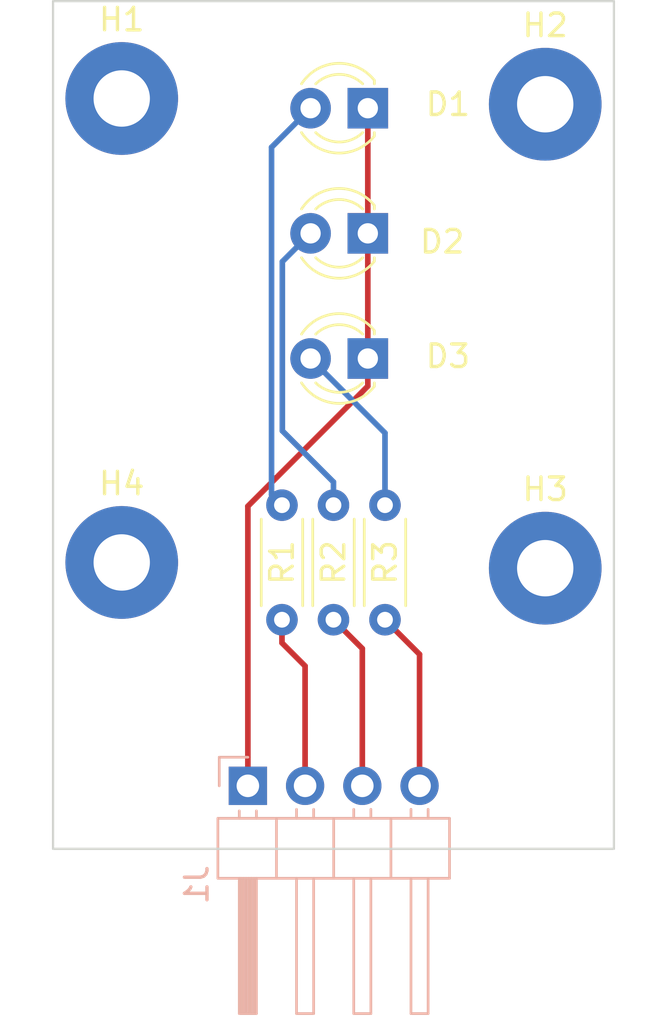
<source format=kicad_pcb>
(kicad_pcb (version 20221018) (generator pcbnew)
  (layers (0 "F.Cu" signal) (31 "B.Cu" signal) (34 "B.Paste" user) (35 "F.Paste" user) (36 "B.SilkS" user "B.Silkscreen") (37 "F.SilkS" user "F.Silkscreen") (38 "B.Mask" user) (39 "F.Mask" user) (44 "Edge.Cuts" user))
  (net 0 "")
  (net 1 "Net-(D1-K)")
  (net 2 "/net_1")
  (net 3 "/net_2")
  (net 4 "Net-(D3-A)")
  (net 5 "Net-(J1-Pin_2)")
  (net 6 "Net-(J1-Pin_3)")
  (net 7 "Net-(J1-Pin_4)")
  (footprint "MountingHole:MountingHole_2.5mm_Pad" (layer "F.Cu") (at 127.762 104.394)
    (fp_text reference "H4" (at 0 -3.5) (layer "F.SilkS"))
    (fp_text value "MountingHole")
    (pad "1" thru_hole circle (at 0 0) (size 5 5) (drill 2.5) (layers "*.Cu" "*.Mask"))
  )
  (footprint "LED_THT:LED_D3.0mm" (layer "F.Cu") (at 138.684 95.35 180)
    (fp_text reference "D3" (at -3.556 0.1) (layer "F.SilkS"))
    (fp_text value "2V GREEN")
    (fp_line (start -0.29 -1.236) (end -0.29 -1.08) (stroke (width 0.12)) (layer "F.SilkS"))
    (fp_line (start -0.29 1.08) (end -0.29 1.236) (stroke (width 0.12)) (layer "F.SilkS"))
    (fp_arc (start -0.29 -1.235516) (mid 1.366487 -1.987659) (end 2.942335 -1.078608) (stroke (width 0.12)) (layer "F.SilkS"))
    (fp_arc (start 0.229039 -1.08) (mid 1.270117 -1.5) (end 2.31113 -1.079837) (stroke (width 0.12)) (layer "F.SilkS"))
    (fp_arc (start 2.31113 1.079837) (mid 1.270117 1.5) (end 0.229039 1.08) (stroke (width 0.12)) (layer "F.SilkS"))
    (fp_arc (start 2.942335 1.078608) (mid 1.366487 1.987659) (end -0.29 1.235516) (stroke (width 0.12)) (layer "F.SilkS"))
    (pad "1" thru_hole rect (at 0 0 180) (size 1.8 1.8) (drill 0.9) (layers "*.Cu" "*.Mask") (net 1 "Net-(D1-K)"))
    (pad "2" thru_hole circle (at 2.54 0 180) (size 1.8 1.8) (drill 0.9) (layers "*.Cu" "*.Mask") (net 4 "Net-(D3-A)"))
  )
  (footprint "Resistor_THT:R_Axial_DIN0204_L3.6mm_D1.6mm_P5.08mm_Horizontal" (layer "F.Cu") (at 134.874 101.854 -90)
    (fp_text reference "R1" (at 2.54 0 90) (layer "F.SilkS"))
    (fp_text value "470")
    (fp_line (start 0.62 -0.92) (end 4.46 -0.92) (stroke (width 0.12)) (layer "F.SilkS"))
    (fp_line (start 0.62 0.92) (end 4.46 0.92) (stroke (width 0.12)) (layer "F.SilkS"))
    (pad "1" thru_hole circle (at 0 0 270) (size 1.4 1.4) (drill 0.7) (layers "*.Cu" "*.Mask") (net 2 "/net_1"))
    (pad "2" thru_hole oval (at 5.08 0 270) (size 1.4 1.4) (drill 0.7) (layers "*.Cu" "*.Mask") (net 5 "Net-(J1-Pin_2)"))
  )
  (footprint "Resistor_THT:R_Axial_DIN0204_L3.6mm_D1.6mm_P5.08mm_Horizontal" (layer "F.Cu") (at 137.16 106.934 90)
    (fp_text reference "R2" (at 2.54 0 90) (layer "F.SilkS"))
    (fp_text value "470")
    (fp_line (start 0.62 -0.92) (end 4.46 -0.92) (stroke (width 0.12)) (layer "F.SilkS"))
    (fp_line (start 0.62 0.92) (end 4.46 0.92) (stroke (width 0.12)) (layer "F.SilkS"))
    (pad "1" thru_hole circle (at 0 0 90) (size 1.4 1.4) (drill 0.7) (layers "*.Cu" "*.Mask") (net 6 "Net-(J1-Pin_3)"))
    (pad "2" thru_hole oval (at 5.08 0 90) (size 1.4 1.4) (drill 0.7) (layers "*.Cu" "*.Mask") (net 3 "/net_2"))
  )
  (footprint "MountingHole:MountingHole_2.5mm_Pad" (layer "F.Cu") (at 146.558 84.074)
    (fp_text reference "H2" (at 0 -3.5) (layer "F.SilkS"))
    (fp_text value "MountingHole")
    (pad "1" thru_hole circle (at 0 0) (size 5 5) (drill 2.5) (layers "*.Cu" "*.Mask"))
  )
  (footprint "MountingHole:MountingHole_2.5mm_Pad" (layer "F.Cu") (at 127.762 83.82)
    (fp_text reference "H1" (at 0 -3.5) (layer "F.SilkS"))
    (fp_text value "MountingHole")
    (pad "1" thru_hole circle (at 0 0) (size 5 5) (drill 2.5) (layers "*.Cu" "*.Mask"))
  )
  (footprint "Resistor_THT:R_Axial_DIN0204_L3.6mm_D1.6mm_P5.08mm_Horizontal" (layer "F.Cu") (at 139.446 106.934 90)
    (fp_text reference "R3" (at 2.54 0 90) (layer "F.SilkS"))
    (fp_text value "470")
    (fp_line (start 0.62 -0.92) (end 4.46 -0.92) (stroke (width 0.12)) (layer "F.SilkS"))
    (fp_line (start 0.62 0.92) (end 4.46 0.92) (stroke (width 0.12)) (layer "F.SilkS"))
    (pad "1" thru_hole circle (at 0 0 90) (size 1.4 1.4) (drill 0.7) (layers "*.Cu" "*.Mask") (net 7 "Net-(J1-Pin_4)"))
    (pad "2" thru_hole oval (at 5.08 0 90) (size 1.4 1.4) (drill 0.7) (layers "*.Cu" "*.Mask") (net 4 "Net-(D3-A)"))
  )
  (footprint "LED_THT:LED_D3.0mm" (layer "F.Cu") (at 138.684 89.8 180)
    (fp_text reference "D2" (at -3.302 -0.37) (layer "F.SilkS"))
    (fp_text value "2V YELLOW")
    (fp_line (start -0.29 -1.236) (end -0.29 -1.08) (stroke (width 0.12)) (layer "F.SilkS"))
    (fp_line (start -0.29 1.08) (end -0.29 1.236) (stroke (width 0.12)) (layer "F.SilkS"))
    (fp_arc (start -0.29 -1.235516) (mid 1.366487 -1.987659) (end 2.942335 -1.078608) (stroke (width 0.12)) (layer "F.SilkS"))
    (fp_arc (start 0.229039 -1.08) (mid 1.270117 -1.5) (end 2.31113 -1.079837) (stroke (width 0.12)) (layer "F.SilkS"))
    (fp_arc (start 2.31113 1.079837) (mid 1.270117 1.5) (end 0.229039 1.08) (stroke (width 0.12)) (layer "F.SilkS"))
    (fp_arc (start 2.942335 1.078608) (mid 1.366487 1.987659) (end -0.29 1.235516) (stroke (width 0.12)) (layer "F.SilkS"))
    (pad "1" thru_hole rect (at 0 0 180) (size 1.8 1.8) (drill 0.9) (layers "*.Cu" "*.Mask") (net 1 "Net-(D1-K)"))
    (pad "2" thru_hole circle (at 2.54 0 180) (size 1.8 1.8) (drill 0.9) (layers "*.Cu" "*.Mask") (net 3 "/net_2"))
  )
  (footprint "LED_THT:LED_D3.0mm" (layer "F.Cu") (at 138.684 84.25 180)
    (fp_text reference "D1" (at -3.556 0.176) (layer "F.SilkS"))
    (fp_text value "2V RED")
    (fp_line (start -0.29 -1.236) (end -0.29 -1.08) (stroke (width 0.12)) (layer "F.SilkS"))
    (fp_line (start -0.29 1.08) (end -0.29 1.236) (stroke (width 0.12)) (layer "F.SilkS"))
    (fp_arc (start -0.29 -1.235516) (mid 1.366487 -1.987659) (end 2.942335 -1.078608) (stroke (width 0.12)) (layer "F.SilkS"))
    (fp_arc (start 0.229039 -1.08) (mid 1.270117 -1.5) (end 2.31113 -1.079837) (stroke (width 0.12)) (layer "F.SilkS"))
    (fp_arc (start 2.31113 1.079837) (mid 1.270117 1.5) (end 0.229039 1.08) (stroke (width 0.12)) (layer "F.SilkS"))
    (fp_arc (start 2.942335 1.078608) (mid 1.366487 1.987659) (end -0.29 1.235516) (stroke (width 0.12)) (layer "F.SilkS"))
    (pad "1" thru_hole rect (at 0 0 180) (size 1.8 1.8) (drill 0.9) (layers "*.Cu" "*.Mask") (net 1 "Net-(D1-K)"))
    (pad "2" thru_hole circle (at 2.54 0 180) (size 1.8 1.8) (drill 0.9) (layers "*.Cu" "*.Mask") (net 2 "/net_1"))
  )
  (footprint "MountingHole:MountingHole_2.5mm_Pad" (layer "F.Cu") (at 146.558 104.648)
    (fp_text reference "H3" (at 0 -3.5) (layer "F.SilkS"))
    (fp_text value "MountingHole")
    (pad "1" thru_hole circle (at 0 0) (size 5 5) (drill 2.5) (layers "*.Cu" "*.Mask"))
  )
  (footprint "Connector_PinHeader_2.54mm:PinHeader_1x04_P2.54mm_Horizontal" (layer "B.Cu") (at 133.36 114.3 -90)
    (fp_text reference "J1" (at 4.385 2.27 90) (layer "B.SilkS") (effects (justify mirror)))
    (fp_text value "Conn_01x04")
    (fp_line (start -1.27 0) (end -1.27 1.27) (stroke (width 0.12)) (layer "B.SilkS"))
    (fp_line (start -1.27 1.27) (end 0 1.27) (stroke (width 0.12)) (layer "B.SilkS"))
    (fp_line (start 1.042929 -8) (end 1.44 -8) (stroke (width 0.12)) (layer "B.SilkS"))
    (fp_line (start 1.042929 -7.24) (end 1.44 -7.24) (stroke (width 0.12)) (layer "B.SilkS"))
    (fp_line (start 1.042929 -5.46) (end 1.44 -5.46) (stroke (width 0.12)) (layer "B.SilkS"))
    (fp_line (start 1.042929 -4.7) (end 1.44 -4.7) (stroke (width 0.12)) (layer "B.SilkS"))
    (fp_line (start 1.042929 -2.92) (end 1.44 -2.92) (stroke (width 0.12)) (layer "B.SilkS"))
    (fp_line (start 1.042929 -2.16) (end 1.44 -2.16) (stroke (width 0.12)) (layer "B.SilkS"))
    (fp_line (start 1.11 -0.38) (end 1.44 -0.38) (stroke (width 0.12)) (layer "B.SilkS"))
    (fp_line (start 1.11 0.38) (end 1.44 0.38) (stroke (width 0.12)) (layer "B.SilkS"))
    (fp_line (start 1.44 -8.95) (end 4.1 -8.95) (stroke (width 0.12)) (layer "B.SilkS"))
    (fp_line (start 1.44 -6.35) (end 4.1 -6.35) (stroke (width 0.12)) (layer "B.SilkS"))
    (fp_line (start 1.44 -3.81) (end 4.1 -3.81) (stroke (width 0.12)) (layer "B.SilkS"))
    (fp_line (start 1.44 -1.27) (end 4.1 -1.27) (stroke (width 0.12)) (layer "B.SilkS"))
    (fp_line (start 1.44 1.33) (end 1.44 -8.95) (stroke (width 0.12)) (layer "B.SilkS"))
    (fp_line (start 4.1 -8.95) (end 4.1 1.33) (stroke (width 0.12)) (layer "B.SilkS"))
    (fp_line (start 4.1 -7.24) (end 10.1 -7.24) (stroke (width 0.12)) (layer "B.SilkS"))
    (fp_line (start 4.1 -4.7) (end 10.1 -4.7) (stroke (width 0.12)) (layer "B.SilkS"))
    (fp_line (start 4.1 -2.16) (end 10.1 -2.16) (stroke (width 0.12)) (layer "B.SilkS"))
    (fp_line (start 4.1 -0.28) (end 10.1 -0.28) (stroke (width 0.12)) (layer "B.SilkS"))
    (fp_line (start 4.1 -0.16) (end 10.1 -0.16) (stroke (width 0.12)) (layer "B.SilkS"))
    (fp_line (start 4.1 -0.04) (end 10.1 -0.04) (stroke (width 0.12)) (layer "B.SilkS"))
    (fp_line (start 4.1 0.08) (end 10.1 0.08) (stroke (width 0.12)) (layer "B.SilkS"))
    (fp_line (start 4.1 0.2) (end 10.1 0.2) (stroke (width 0.12)) (layer "B.SilkS"))
    (fp_line (start 4.1 0.32) (end 10.1 0.32) (stroke (width 0.12)) (layer "B.SilkS"))
    (fp_line (start 4.1 0.38) (end 10.1 0.38) (stroke (width 0.12)) (layer "B.SilkS"))
    (fp_line (start 4.1 1.33) (end 1.44 1.33) (stroke (width 0.12)) (layer "B.SilkS"))
    (fp_line (start 10.1 -8) (end 4.1 -8) (stroke (width 0.12)) (layer "B.SilkS"))
    (fp_line (start 10.1 -7.24) (end 10.1 -8) (stroke (width 0.12)) (layer "B.SilkS"))
    (fp_line (start 10.1 -5.46) (end 4.1 -5.46) (stroke (width 0.12)) (layer "B.SilkS"))
    (fp_line (start 10.1 -4.7) (end 10.1 -5.46) (stroke (width 0.12)) (layer "B.SilkS"))
    (fp_line (start 10.1 -2.92) (end 4.1 -2.92) (stroke (width 0.12)) (layer "B.SilkS"))
    (fp_line (start 10.1 -2.16) (end 10.1 -2.92) (stroke (width 0.12)) (layer "B.SilkS"))
    (fp_line (start 10.1 -0.38) (end 4.1 -0.38) (stroke (width 0.12)) (layer "B.SilkS"))
    (fp_line (start 10.1 0.38) (end 10.1 -0.38) (stroke (width 0.12)) (layer "B.SilkS"))
    (pad "1" thru_hole rect (at 0 0 270) (size 1.7 1.7) (drill 1) (layers "*.Cu" "*.Mask") (net 1 "Net-(D1-K)"))
    (pad "2" thru_hole oval (at 0 -2.54 270) (size 1.7 1.7) (drill 1) (layers "*.Cu" "*.Mask") (net 5 "Net-(J1-Pin_2)"))
    (pad "3" thru_hole oval (at 0 -5.08 270) (size 1.7 1.7) (drill 1) (layers "*.Cu" "*.Mask") (net 6 "Net-(J1-Pin_3)"))
    (pad "4" thru_hole oval (at 0 -7.62 270) (size 1.7 1.7) (drill 1) (layers "*.Cu" "*.Mask") (net 7 "Net-(J1-Pin_4)"))
  )
  (gr_rect (start 124.714 79.502) (end 149.606 117.094) (stroke (width 0.1)) (fill none) (layer "Edge.Cuts"))
  (segment (start 138.684 95.35) (end 138.684 96.5769) (width 0.25) (layer "F.Cu") (net 1))
  (segment (start 138.684 89.8) (end 138.684 95.35) (width 0.25) (layer "F.Cu") (net 1))
  (segment (start 133.36 101.9009) (end 138.684 96.5769) (width 0.25) (layer "F.Cu") (net 1))
  (segment (start 133.36 114.3) (end 133.36 101.9009) (width 0.25) (layer "F.Cu") (net 1))
  (segment (start 138.684 84.25) (end 138.684 89.8) (width 0.25) (layer "F.Cu") (net 1))
  (segment (start 134.4108 101.3908) (end 134.874 101.854) (width 0.25) (layer "B.Cu") (net 2))
  (segment (start 134.4108 85.9832) (end 134.4108 101.3908) (width 0.25) (layer "B.Cu") (net 2))
  (segment (start 136.144 84.25) (end 134.4108 85.9832) (width 0.25) (layer "B.Cu") (net 2))
  (segment (start 134.8907 98.5578) (end 134.8907 91.0533) (width 0.25) (layer "B.Cu") (net 3))
  (segment (start 137.16 101.854) (end 137.16 100.8271) (width 0.25) (layer "B.Cu") (net 3))
  (segment (start 137.16 100.8271) (end 134.8907 98.5578) (width 0.25) (layer "B.Cu") (net 3))
  (segment (start 134.8907 91.0533) (end 136.144 89.8) (width 0.25) (layer "B.Cu") (net 3))
  (segment (start 139.446 98.652) (end 136.144 95.35) (width 0.25) (layer "B.Cu") (net 4))
  (segment (start 139.446 101.854) (end 139.446 98.652) (width 0.25) (layer "B.Cu") (net 4))
  (segment (start 135.9 108.9869) (end 134.874 107.9609) (width 0.25) (layer "F.Cu") (net 5))
  (segment (start 135.9 114.3) (end 135.9 108.9869) (width 0.25) (layer "F.Cu") (net 5))
  (segment (start 134.874 106.934) (end 134.874 107.9609) (width 0.25) (layer "F.Cu") (net 5))
  (segment (start 138.44 108.214) (end 137.16 106.934) (width 0.25) (layer "F.Cu") (net 6))
  (segment (start 138.44 114.3) (end 138.44 108.214) (width 0.25) (layer "F.Cu") (net 6))
  (segment (start 140.98 108.468) (end 139.446 106.934) (width 0.25) (layer "F.Cu") (net 7))
  (segment (start 140.98 114.3) (end 140.98 108.468) (width 0.25) (layer "F.Cu") (net 7))
)
</source>
